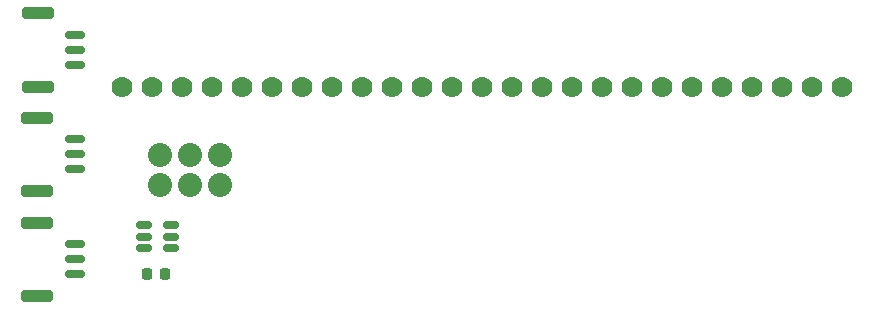
<source format=gbr>
%TF.GenerationSoftware,KiCad,Pcbnew,7.0.8*%
%TF.CreationDate,2024-03-25T00:11:57-07:00*%
%TF.ProjectId,Adafruit Speaker Bonnet,41646166-7275-4697-9420-537065616b65,rev?*%
%TF.SameCoordinates,Original*%
%TF.FileFunction,Soldermask,Top*%
%TF.FilePolarity,Negative*%
%FSLAX46Y46*%
G04 Gerber Fmt 4.6, Leading zero omitted, Abs format (unit mm)*
G04 Created by KiCad (PCBNEW 7.0.8) date 2024-03-25 00:11:57*
%MOMM*%
%LPD*%
G01*
G04 APERTURE LIST*
G04 Aperture macros list*
%AMRoundRect*
0 Rectangle with rounded corners*
0 $1 Rounding radius*
0 $2 $3 $4 $5 $6 $7 $8 $9 X,Y pos of 4 corners*
0 Add a 4 corners polygon primitive as box body*
4,1,4,$2,$3,$4,$5,$6,$7,$8,$9,$2,$3,0*
0 Add four circle primitives for the rounded corners*
1,1,$1+$1,$2,$3*
1,1,$1+$1,$4,$5*
1,1,$1+$1,$6,$7*
1,1,$1+$1,$8,$9*
0 Add four rect primitives between the rounded corners*
20,1,$1+$1,$2,$3,$4,$5,0*
20,1,$1+$1,$4,$5,$6,$7,0*
20,1,$1+$1,$6,$7,$8,$9,0*
20,1,$1+$1,$8,$9,$2,$3,0*%
G04 Aperture macros list end*
%ADD10RoundRect,0.150000X-0.700000X0.150000X-0.700000X-0.150000X0.700000X-0.150000X0.700000X0.150000X0*%
%ADD11RoundRect,0.250000X-1.100000X0.250000X-1.100000X-0.250000X1.100000X-0.250000X1.100000X0.250000X0*%
%ADD12RoundRect,0.150000X0.512500X0.150000X-0.512500X0.150000X-0.512500X-0.150000X0.512500X-0.150000X0*%
%ADD13RoundRect,0.225000X0.225000X0.250000X-0.225000X0.250000X-0.225000X-0.250000X0.225000X-0.250000X0*%
%ADD14C,1.778000*%
%ADD15C,2.032000*%
G04 APERTURE END LIST*
D10*
%TO.C,J3*%
X114245000Y-103525000D03*
X114245000Y-104775000D03*
X114245000Y-106025000D03*
D11*
X111045000Y-101675000D03*
X111045000Y-107875000D03*
%TD*%
D10*
%TO.C,J2*%
X114245000Y-112415000D03*
X114245000Y-113665000D03*
X114245000Y-114915000D03*
D11*
X111045000Y-110565000D03*
X111045000Y-116765000D03*
%TD*%
D10*
%TO.C,J1*%
X114325000Y-94710000D03*
X114325000Y-95960000D03*
X114325000Y-97210000D03*
D11*
X111125000Y-92860000D03*
X111125000Y-99060000D03*
%TD*%
D12*
%TO.C,U1*%
X120147500Y-112710000D03*
X120147500Y-111760000D03*
X120147500Y-110810000D03*
X122422500Y-110810000D03*
X122422500Y-111760000D03*
X122422500Y-112710000D03*
%TD*%
D13*
%TO.C,C1*%
X121920000Y-114935000D03*
X120370000Y-114935000D03*
%TD*%
D14*
%TO.C,CONN1*%
X179247100Y-99124800D03*
X176707100Y-99124800D03*
X174167100Y-99124800D03*
X171627100Y-99124800D03*
X169087100Y-99124800D03*
X166547100Y-99124800D03*
X164007100Y-99124800D03*
X161467100Y-99124800D03*
X158927100Y-99124800D03*
X156387100Y-99124800D03*
X153847100Y-99124800D03*
X151307100Y-99124800D03*
X148767100Y-99124800D03*
X146227100Y-99124800D03*
X143687100Y-99124800D03*
X141147100Y-99124800D03*
X138607100Y-99124800D03*
X136067100Y-99124800D03*
X133527100Y-99124800D03*
X130987100Y-99124800D03*
X128447100Y-99124800D03*
X125907100Y-99124800D03*
X123367100Y-99124800D03*
X120827100Y-99124800D03*
X118287100Y-99124800D03*
%TD*%
D15*
%TO.C,JP2*%
X121462100Y-107379800D03*
X124002100Y-107379800D03*
X126542100Y-107379800D03*
%TD*%
%TO.C,JP5*%
X126542100Y-104839800D03*
X124002100Y-104839800D03*
X121462100Y-104839800D03*
%TD*%
M02*

</source>
